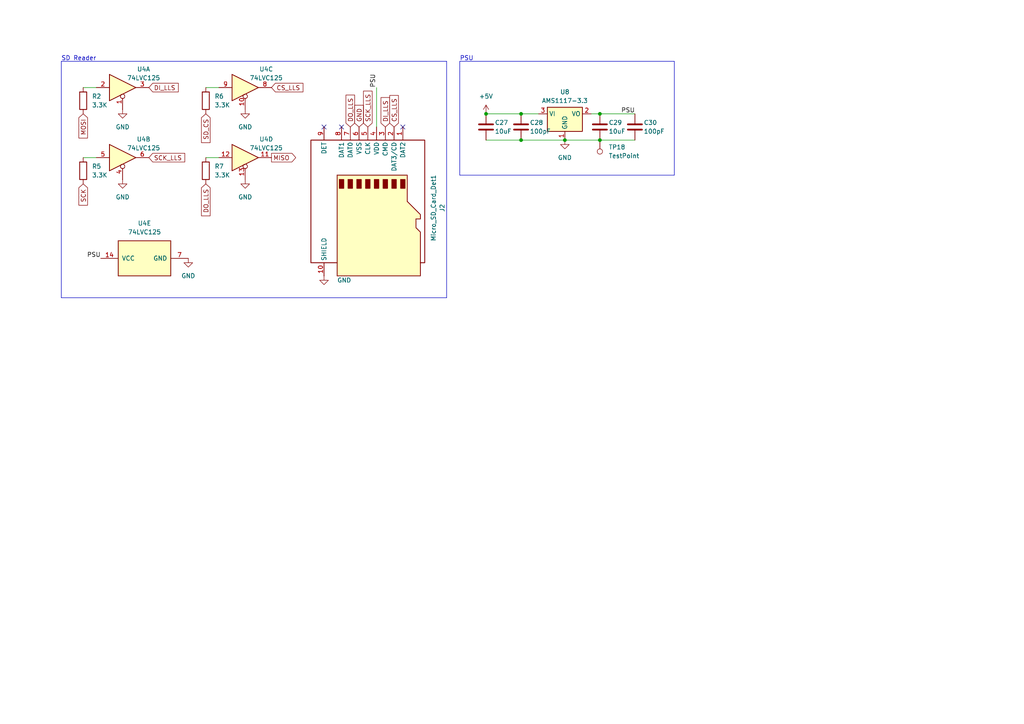
<source format=kicad_sch>
(kicad_sch (version 20231120) (generator "eeschema") (generator_version "8.0")
  (paper "A4")
  (lib_symbols
    (symbol "+5V_1" (power) (pin_numbers hide) (pin_names (offset 0) hide)
      (property "Value" "+5V" (at 0 3.556 0))
      (symbol "+5V_1_0_1"
        (polyline (pts (xy -0.762 1.27) (xy 0 2.54)))
        (polyline (pts (xy 0 0) (xy 0 2.54)))
        (polyline (pts (xy 0 2.54) (xy 0.762 1.27)))
      )
      (symbol "+5V_1_1_1"
        (pin power_in line (at 0 0 90) (length 0) (name "~") (number "1"))
      )
    )
    (symbol "74xx:74LVC125" (pin_names (offset 1.016))
      (property "Reference" "U" (at 0 1.27 0))
      (property "Value" "74LVC125" (at 0 -1.27 0))
      (symbol "74LVC125_1_0"
        (polyline (pts (xy -3.81 3.81) (xy -3.81 -3.81) (xy 3.81 0) (xy -3.81 3.81)) (stroke (width 0.254)) (fill (type background)))
        (pin input inverted (at 0 -6.35 90) (length 4.445) (name "~") (number "1"))
        (pin input line (at -7.62 0 0) (length 3.81) (name "~") (number "2"))
        (pin tri_state line (at 7.62 0 180) (length 3.81) (name "~") (number "3"))
      )
      (symbol "74LVC125_2_0"
        (polyline (pts (xy -3.81 3.81) (xy -3.81 -3.81) (xy 3.81 0) (xy -3.81 3.81)) (stroke (width 0.254)) (fill (type background)))
        (pin input inverted (at 0 -6.35 90) (length 4.445) (name "~") (number "4"))
        (pin input line (at -7.62 0 0) (length 3.81) (name "~") (number "5"))
        (pin tri_state line (at 7.62 0 180) (length 3.81) (name "~") (number "6"))
      )
      (symbol "74LVC125_3_0"
        (polyline (pts (xy -3.81 3.81) (xy -3.81 -3.81) (xy 3.81 0) (xy -3.81 3.81)) (stroke (width 0.254)) (fill (type background)))
        (pin input inverted (at 0 -6.35 90) (length 4.445) (name "~") (number "10"))
        (pin tri_state line (at 7.62 0 180) (length 3.81) (name "~") (number "8"))
        (pin input line (at -7.62 0 0) (length 3.81) (name "~") (number "9"))
      )
      (symbol "74LVC125_4_0"
        (polyline (pts (xy -3.81 3.81) (xy -3.81 -3.81) (xy 3.81 0) (xy -3.81 3.81)) (stroke (width 0.254)) (fill (type background)))
        (pin tri_state line (at 7.62 0 180) (length 3.81) (name "~") (number "11"))
        (pin input line (at -7.62 0 0) (length 3.81) (name "~") (number "12"))
        (pin input inverted (at 0 -6.35 90) (length 4.445) (name "~") (number "13"))
      )
      (symbol "74LVC125_5_0"
        (pin power_in line (at 0 12.7 270) (length 5.08) (name "VCC") (number "14"))
        (pin power_in line (at 0 -12.7 90) (length 5.08) (name "GND") (number "7"))
      )
      (symbol "74LVC125_5_1"
        (rectangle (start -5.08 7.62) (end 5.08 -7.62) (stroke (width 0.254)) (fill (type background)))
      )
    )
    (symbol "Connector:Micro_SD_Card_Det1"
      (property "Reference" "J" (at -16.51 17.78 0))
      (property "Value" "Micro_SD_Card_Det1" (at 16.51 17.78 0))
      (symbol "Micro_SD_Card_Det1_0_1"
        (rectangle (start -7.62 -6.985) (end -5.08 -8.255) (stroke (width 0.254)) (fill (type outline)))
        (rectangle (start -7.62 -4.445) (end -5.08 -5.715) (stroke (width 0.254)) (fill (type outline)))
        (rectangle (start -7.62 -1.905) (end -5.08 -3.175) (stroke (width 0.254)) (fill (type outline)))
        (rectangle (start -7.62 0.635) (end -5.08 -0.635) (stroke (width 0.254)) (fill (type outline)))
        (rectangle (start -7.62 3.175) (end -5.08 1.905) (stroke (width 0.254)) (fill (type outline)))
        (rectangle (start -7.62 5.715) (end -5.08 4.445) (stroke (width 0.254)) (fill (type outline)))
        (rectangle (start -7.62 8.255) (end -5.08 6.985) (stroke (width 0.254)) (fill (type outline)))
        (rectangle (start -7.62 10.795) (end -5.08 9.525) (stroke (width 0.254)) (fill (type outline)))
        (polyline (pts (xy 16.51 15.24) (xy 16.51 16.51) (xy -19.05 16.51) (xy -19.05 -16.51) (xy 16.51 -16.51) (xy 16.51 -8.89)) (stroke (width 0.254)))
        (polyline (pts (xy -8.89 -8.89) (xy -8.89 11.43) (xy -1.27 11.43) (xy 2.54 15.24) (xy 3.81 15.24) (xy 3.81 13.97) (xy 6.35 13.97) (xy 7.62 15.24) (xy 20.32 15.24) (xy 20.32 -8.89) (xy -8.89 -8.89)) (stroke (width 0.254)) (fill (type background)))
      )
      (symbol "Micro_SD_Card_Det1_1_1"
        (pin bidirectional line (at -22.86 10.16 0) (length 3.81) (name "DAT2") (number "1"))
        (pin passive line (at 20.32 -12.7 180) (length 3.81) (name "SHIELD") (number "10"))
        (pin bidirectional line (at -22.86 7.62 0) (length 3.81) (name "DAT3/CD") (number "2"))
        (pin input line (at -22.86 5.08 0) (length 3.81) (name "CMD") (number "3"))
        (pin power_in line (at -22.86 2.54 0) (length 3.81) (name "VDD") (number "4"))
        (pin input line (at -22.86 0 0) (length 3.81) (name "CLK") (number "5"))
        (pin power_in line (at -22.86 -2.54 0) (length 3.81) (name "VSS") (number "6"))
        (pin bidirectional line (at -22.86 -5.08 0) (length 3.81) (name "DAT0") (number "7"))
        (pin bidirectional line (at -22.86 -7.62 0) (length 3.81) (name "DAT1") (number "8"))
        (pin passive line (at -22.86 -12.7 0) (length 3.81) (name "DET") (number "9"))
      )
    )
    (symbol "Connector:TestPoint" (pin_numbers hide) (pin_names (offset 0.762) hide)
      (property "Reference" "TP" (at 0 6.858 0))
      (property "Value" "TestPoint" (at 0 5.08 0))
      (symbol "TestPoint_0_1"
        (circle (center 0 3.302) (radius 0.762))
      )
      (symbol "TestPoint_1_1"
        (pin passive line (at 0 0 90) (length 2.54) (name "1") (number "1"))
      )
    )
    (symbol "Device:C" (pin_numbers hide) (pin_names (offset 0.254))
      (property "Reference" "C" (at 0.635 2.54 0))
      (property "Value" "C" (at 0.635 -2.54 0))
      (symbol "C_0_1"
        (polyline (pts (xy -2.032 -0.762) (xy 2.032 -0.762)) (stroke (width 0.508)))
        (polyline (pts (xy -2.032 0.762) (xy 2.032 0.762)) (stroke (width 0.508)))
      )
      (symbol "C_1_1"
        (pin passive line (at 0 3.81 270) (length 2.794) (name "~") (number "1"))
        (pin passive line (at 0 -3.81 90) (length 2.794) (name "~") (number "2"))
      )
    )
    (symbol "Device:R" (pin_numbers hide) (pin_names (offset 0))
      (property "Reference" "R" (at 2.032 0 90))
      (property "Value" "R" (at 0 0 90))
      (symbol "R_0_1"
        (rectangle (start -1.016 -2.54) (end 1.016 2.54) (stroke (width 0.254)))
      )
      (symbol "R_1_1"
        (pin passive line (at 0 3.81 270) (length 1.27) (name "~") (number "1"))
        (pin passive line (at 0 -3.81 90) (length 1.27) (name "~") (number "2"))
      )
    )
    (symbol "GND_2" (power) (pin_numbers hide) (pin_names (offset 0) hide)
      (property "Value" "GND" (at 0 -3.81 0))
      (symbol "GND_2_0_1"
        (polyline (pts (xy 0 0) (xy 0 -1.27) (xy 1.27 -1.27) (xy 0 -2.54) (xy -1.27 -1.27) (xy 0 -1.27)))
      )
      (symbol "GND_2_1_1"
        (pin power_in line (at 0 0 270) (length 0) (name "~") (number "1"))
      )
    )
    (symbol "GND_3" (power) (pin_numbers hide) (pin_names (offset 0) hide)
      (property "Value" "GND" (at 0 -3.81 0))
      (symbol "GND_3_0_1"
        (polyline (pts (xy 0 0) (xy 0 -1.27) (xy 1.27 -1.27) (xy 0 -2.54) (xy -1.27 -1.27) (xy 0 -1.27)))
      )
      (symbol "GND_3_1_1"
        (pin power_in line (at 0 0 270) (length 0) (name "~") (number "1"))
      )
    )
    (symbol "GND_4" (power) (pin_numbers hide) (pin_names (offset 0) hide)
      (property "Value" "GND" (at 0 -3.81 0))
      (symbol "GND_4_0_1"
        (polyline (pts (xy 0 0) (xy 0 -1.27) (xy 1.27 -1.27) (xy 0 -2.54) (xy -1.27 -1.27) (xy 0 -1.27)))
      )
      (symbol "GND_4_1_1"
        (pin power_in line (at 0 0 270) (length 0) (name "~") (number "1"))
      )
    )
    (symbol "Regulator_Linear:AMS1117-3.3"
      (property "Reference" "U" (at -3.81 3.175 0))
      (property "Value" "AMS1117-3.3" (at 0 3.175 0))
      (symbol "AMS1117-3.3_0_1"
        (rectangle (start -5.08 -5.08) (end 5.08 1.905) (stroke (width 0.254)) (fill (type background)))
      )
      (symbol "AMS1117-3.3_1_1"
        (pin power_in line (at 0 -7.62 90) (length 2.54) (name "GND") (number "1"))
        (pin power_out line (at 7.62 0 180) (length 2.54) (name "VO") (number "2"))
        (pin power_in line (at -7.62 0 0) (length 2.54) (name "VI") (number "3"))
      )
    )
  )
  (junction (at 173.99 33.02))
  (junction (at 140.97 33.02))
  (junction (at 173.99 40.64))
  (junction (at 151.13 40.64))
  (junction (at 163.83 40.64))
  (junction (at 151.13 33.02))
  (no_connect (at 116.84 36.83))
  (no_connect (at 99.06 36.83))
  (no_connect (at 93.98 36.83))
  (wire (pts (xy 59.69 45.72) (xy 63.5 45.72)))
  (wire (pts (xy 173.99 40.64) (xy 184.15 40.64)))
  (wire (pts (xy 140.97 33.02) (xy 151.13 33.02)))
  (polyline (pts (xy 17.78 17.78) (xy 17.78 86.36)) (stroke (width 0) (type solid)))
  (polyline (pts (xy 129.54 86.36) (xy 129.54 17.78)) (stroke (width 0) (type solid)))
  (polyline (pts (xy 133.35 50.8) (xy 195.58 50.8)) (stroke (width 0) (type solid)))
  (wire (pts (xy 24.13 25.4) (xy 27.94 25.4)))
  (wire (pts (xy 24.13 45.72) (xy 27.94 45.72)))
  (polyline (pts (xy 17.78 17.78) (xy 129.54 17.78)) (stroke (width 0) (type solid)))
  (wire (pts (xy 163.83 40.64) (xy 173.99 40.64)))
  (polyline (pts (xy 133.35 17.78) (xy 195.58 17.78)) (stroke (width 0) (type solid)))
  (wire (pts (xy 151.13 40.64) (xy 163.83 40.64)))
  (wire (pts (xy 151.13 33.02) (xy 156.21 33.02)))
  (wire (pts (xy 59.69 25.4) (xy 63.5 25.4)))
  (wire (pts (xy 140.97 40.64) (xy 151.13 40.64)))
  (polyline (pts (xy 133.35 17.78) (xy 133.35 50.8)) (stroke (width 0) (type solid)))
  (wire (pts (xy 171.45 33.02) (xy 173.99 33.02)))
  (polyline (pts (xy 17.78 86.36) (xy 129.54 86.36)) (stroke (width 0) (type solid)))
  (wire (pts (xy 109.22 25.4) (xy 109.22 36.83)))
  (wire (pts (xy 173.99 33.02) (xy 184.15 33.02)))
  (polyline (pts (xy 195.58 50.8) (xy 195.58 17.78)) (stroke (width 0) (type solid)))
  (text "SD Reader" (at 17.78 17.78 0) (effects (font (size 1.27 1.27)) (justify left bottom)))
  (text "PSU" (at 133.35 17.78 0) (effects (font (size 1.27 1.27)) (justify left bottom)))
  (label "PSU" (at 184.15 33.02 180))
  (label "PSU" (at 29.21 74.93 180))
  (label "PSU" (at 109.22 25.4 90))
  (global_label "SCK_LLS" (shape input) (at 106.68 36.83 90) (property "Intersheetrefs" "${INTERSHEET_REFS}" (effects (hide yes))))
  (global_label "MISO" (shape output) (at 78.74 45.72 0) (property "Intersheetrefs" "${INTERSHEET_REFS}" (effects (hide yes))))
  (global_label "DO_LLS" (shape input) (at 101.6 36.83 90) (property "Intersheetrefs" "${INTERSHEET_REFS}" (effects (hide yes))))
  (global_label "DI_LLS" (shape input) (at 111.76 36.83 90) (property "Intersheetrefs" "${INTERSHEET_REFS}" (effects (hide yes))))
  (global_label "MOSI" (shape input) (at 24.13 33.02 270) (property "Intersheetrefs" "${INTERSHEET_REFS}" (effects (hide yes))))
  (global_label "DI_LLS" (shape input) (at 43.18 25.4 0) (property "Intersheetrefs" "${INTERSHEET_REFS}" (effects (hide yes))))
  (global_label "DO_LLS" (shape input) (at 59.69 53.34 270) (property "Intersheetrefs" "${INTERSHEET_REFS}" (effects (hide yes))))
  (global_label "SCK" (shape input) (at 24.13 53.34 270) (property "Intersheetrefs" "${INTERSHEET_REFS}" (effects (hide yes))))
  (global_label "CS_LLS" (shape input) (at 114.3 36.83 90) (property "Intersheetrefs" "${INTERSHEET_REFS}" (effects (hide yes))))
  (global_label "GND" (shape input) (at 104.14 36.83 90) (property "Intersheetrefs" "${INTERSHEET_REFS}" (effects (hide yes))))
  (global_label "SD_CS" (shape input) (at 59.69 33.02 270) (property "Intersheetrefs" "${INTERSHEET_REFS}" (effects (hide yes))))
  (global_label "CS_LLS" (shape input) (at 78.74 25.4 0) (property "Intersheetrefs" "${INTERSHEET_REFS}" (effects (hide yes))))
  (global_label "SCK_LLS" (shape input) (at 43.18 45.72 0) (property "Intersheetrefs" "${INTERSHEET_REFS}" (effects (hide yes))))
  (symbol (lib_id "Device:R") (at 24.13 49.53 180) (unit 1)
    (property "Reference" "R5" (at 26.67 48.2599 0) (effects (justify right)))
    (property "Value" "3.3K" (at 26.67 50.7999 0) (effects (justify right)))
    (property "Description" "Resistor" (effects (hide yes)))
  )
  (symbol (lib_id "74xx:74LVC125") (at 35.56 25.4 0) (unit 1)
    (property "Reference" "U4" (at 41.656 20.066 0))
    (property "Value" "74LVC125" (at 41.656 22.606 0))
    (property "Datasheet" "http://www.ti.com/lit/gpn/sn74LVC125" (effects (hide yes)))
    (property "Description" "Quad buffer 3-State outputs" (effects (hide yes)))
  )
  (symbol (lib_name "+5V_1") (lib_id "power:+5V") (at 140.97 33.02 0) (unit 1)
    (property "Reference" "#PWR07" (effects (hide yes)))
    (property "Value" "+5V" (at 140.97 27.94 0))
    (property "Description" "Power symbol creates a global label with name \"+5V\"" (effects (hide yes)))
  )
  (symbol (lib_id "74xx:74LVC125") (at 35.56 45.72 0) (unit 2)
    (property "Reference" "U4" (at 41.656 40.386 0))
    (property "Value" "74LVC125" (at 41.656 42.926 0))
    (property "Datasheet" "http://www.ti.com/lit/gpn/sn74LVC125" (effects (hide yes)))
    (property "Description" "Quad buffer 3-State outputs" (effects (hide yes)))
  )
  (symbol (lib_name "GND_3") (lib_id "power:GND") (at 71.12 31.75 0) (unit 1)
    (property "Reference" "#PWR013" (effects (hide yes)))
    (property "Value" "GND" (at 71.12 36.83 0))
    (property "Description" "Power symbol creates a global label with name \"GND\" , ground" (effects (hide yes)))
  )
  (symbol (lib_id "Device:R") (at 59.69 49.53 180) (unit 1)
    (property "Reference" "R7" (at 62.23 48.2599 0) (effects (justify right)))
    (property "Value" "3.3K" (at 62.23 50.7999 0) (effects (justify right)))
    (property "Description" "Resistor" (effects (hide yes)))
  )
  (symbol (lib_id "Device:C") (at 173.99 36.83 0) (unit 1)
    (property "Reference" "C29" (at 176.53 35.56 0) (effects (justify left)))
    (property "Value" "10uF" (at 176.53 38.1 0) (effects (justify left)))
    (property "Description" "Unpolarized capacitor" (effects (hide yes)))
  )
  (symbol (lib_id "Device:C") (at 184.15 36.83 0) (unit 1)
    (property "Reference" "C30" (at 186.69 35.56 0) (effects (justify left)))
    (property "Value" "100pF" (at 186.69 38.1 0) (effects (justify left)))
    (property "Description" "Unpolarized capacitor" (effects (hide yes)))
  )
  (symbol (lib_id "Device:C") (at 151.13 36.83 0) (unit 1)
    (property "Reference" "C28" (at 153.67 35.56 0) (effects (justify left)))
    (property "Value" "100pF" (at 153.67 38.1 0) (effects (justify left)))
    (property "Description" "Unpolarized capacitor" (effects (hide yes)))
  )
  (symbol (lib_id "74xx:74LVC125") (at 71.12 45.72 0) (unit 4)
    (property "Reference" "U4" (at 77.216 40.386 0))
    (property "Value" "74LVC125" (at 77.216 42.926 0))
    (property "Datasheet" "http://www.ti.com/lit/gpn/sn74LVC125" (effects (hide yes)))
    (property "Description" "Quad buffer 3-State outputs" (effects (hide yes)))
  )
  (symbol (lib_name "GND_3") (lib_id "power:GND") (at 35.56 52.07 0) (unit 1)
    (property "Reference" "#PWR011" (effects (hide yes)))
    (property "Value" "GND" (at 35.56 57.15 0))
    (property "Description" "Power symbol creates a global label with name \"GND\" , ground" (effects (hide yes)))
  )
  (symbol (lib_name "GND_2") (lib_id "power:GND") (at 54.61 74.93 0) (unit 1)
    (property "Reference" "#PWR012" (effects (hide yes)))
    (property "Value" "GND" (at 54.61 80.01 0))
    (property "Description" "Power symbol creates a global label with name \"GND\" , ground" (effects (hide yes)))
  )
  (symbol (lib_id "Regulator_Linear:AMS1117-3.3") (at 163.83 33.02 0) (unit 1)
    (property "Reference" "U8" (at 163.83 26.67 0))
    (property "Value" "AMS1117-3.3" (at 163.83 29.21 0))
    (property "Footprint" "Package_TO_SOT_SMD:SOT-223-3_TabPin2" (effects (hide yes)))
    (property "Datasheet" "http://www.advanced-monolithic.com/pdf/ds1117.pdf" (effects (hide yes)))
    (property "Description" "1A Low Dropout regulator, positive, 3.3V fixed output, SOT-223" (effects (hide yes)))
  )
  (symbol (lib_name "GND_4") (lib_id "power:GND") (at 93.98 80.01 0) (unit 1)
    (property "Reference" "#PWR020" (effects (hide yes)))
    (property "Value" "GND" (at 97.79 81.2799 0) (effects (justify left)))
    (property "Description" "Power symbol creates a global label with name \"GND\" , ground" (effects (hide yes)))
  )
  (symbol (lib_id "Device:R") (at 24.13 29.21 180) (unit 1)
    (property "Reference" "R2" (at 26.67 27.9399 0) (effects (justify right)))
    (property "Value" "3.3K" (at 26.67 30.4799 0) (effects (justify right)))
    (property "Description" "Resistor" (effects (hide yes)))
  )
  (symbol (lib_name "GND_3") (lib_id "power:GND") (at 71.12 52.07 0) (unit 1)
    (property "Reference" "#PWR017" (effects (hide yes)))
    (property "Value" "GND" (at 71.12 57.15 0))
    (property "Description" "Power symbol creates a global label with name \"GND\" , ground" (effects (hide yes)))
  )
  (symbol (lib_id "74xx:74LVC125") (at 71.12 25.4 0) (unit 3)
    (property "Reference" "U4" (at 77.216 20.066 0))
    (property "Value" "74LVC125" (at 77.216 22.606 0))
    (property "Datasheet" "http://www.ti.com/lit/gpn/sn74LVC125" (effects (hide yes)))
    (property "Description" "Quad buffer 3-State outputs" (effects (hide yes)))
  )
  (symbol (lib_id "Device:R") (at 59.69 29.21 180) (unit 1)
    (property "Reference" "R6" (at 62.23 27.9399 0) (effects (justify right)))
    (property "Value" "3.3K" (at 62.23 30.4799 0) (effects (justify right)))
    (property "Description" "Resistor" (effects (hide yes)))
  )
  (symbol (lib_name "GND_2") (lib_id "power:GND") (at 163.83 40.64 0) (unit 1)
    (property "Reference" "#PWR036" (effects (hide yes)))
    (property "Value" "GND" (at 163.83 45.72 0))
    (property "Description" "Power symbol creates a global label with name \"GND\" , ground" (effects (hide yes)))
  )
  (symbol (lib_id "Connector:Micro_SD_Card_Det1") (at 106.68 59.69 270) (unit 1)
    (property "Reference" "J2" (at 128.27 60.325 0))
    (property "Value" "Micro_SD_Card_Det1" (at 125.73 60.325 0))
    (property "Datasheet" "https://datasheet.lcsc.com/lcsc/2110151630_XKB-Connectivity-XKTF-015-N_C381082.pdf" (effects (hide yes)))
    (property "Description" "Micro SD Card Socket with one card detection pin" (effects (hide yes)))
  )
  (symbol (lib_name "GND_3") (lib_id "power:GND") (at 35.56 31.75 0) (unit 1)
    (property "Reference" "#PWR09" (effects (hide yes)))
    (property "Value" "GND" (at 35.56 36.83 0))
    (property "Description" "Power symbol creates a global label with name \"GND\" , ground" (effects (hide yes)))
  )
  (symbol (lib_id "Connector:TestPoint") (at 173.99 40.64 180) (unit 1)
    (property "Reference" "TP18" (at 176.53 42.6719 0) (effects (justify right)))
    (property "Value" "TestPoint" (at 176.53 45.2119 0) (effects (justify right)))
    (property "Footprint" "TestPoint:TestPoint_Pad_D2.5mm" (effects (hide yes)))
    (property "Description" "test point" (effects (hide yes)))
  )
  (symbol (lib_id "Device:C") (at 140.97 36.83 0) (unit 1)
    (property "Reference" "C27" (at 143.51 35.56 0) (effects (justify left)))
    (property "Value" "10uF" (at 143.51 38.1 0) (effects (justify left)))
    (property "Description" "Unpolarized capacitor" (effects (hide yes)))
  )
  (symbol (lib_id "74xx:74LVC125") (at 41.91 74.93 90) (unit 5)
    (property "Reference" "U4" (at 41.91 64.77 90))
    (property "Value" "74LVC125" (at 41.91 67.31 90))
    (property "Datasheet" "http://www.ti.com/lit/gpn/sn74LVC125" (effects (hide yes)))
    (property "Description" "Quad buffer 3-State outputs" (effects (hide yes)))
  )
)
</source>
